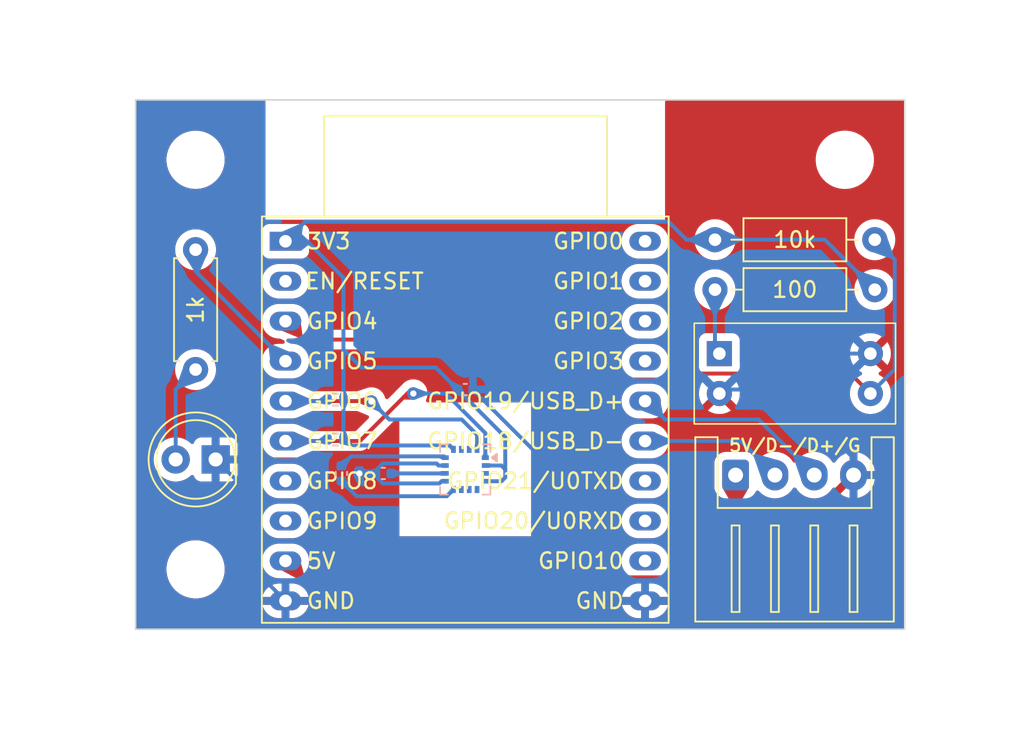
<source format=kicad_pcb>
(kicad_pcb (version 20241229) (generator "pcbnew") (generator_version "9.0")
  (layers (0 "F.Cu" signal) (2 "B.Cu" signal) (13 "F.Paste" user) (15 "B.Paste" user) (5 "F.SilkS" user "F.Silkscreen") (7 "B.SilkS" user "B.Silkscreen") (1 "F.Mask" user) (3 "B.Mask" user) (25 "Edge.Cuts" user))
  (net 0 "")
  (net 1 "GND")
  (net 2 "+5V")
  (net 4 "+3V3")
  (net 5 "Net-(U2-SETC)")
  (net 6 "Net-(U2-SETP)")
  (net 7 "Net-(U2-C1)")
  (net 9 "/GPIO19")
  (net 10 "/GPIO18")
  (net 21 "Net-(U4-A)")
  (net 22 "/GPIO7")
  (net 23 "/GPIO6")
  (net 24 "/GPIO4")
  (net 25 "Net-(D1-A)")
  (net 26 "/GPIO5")
  (footprint "MountingHole:MountingHole_3.2mm_M3" (layer "F.Cu") (at 160.655 59.055)
    (property "Reference" "H1" (hide yes))
    (property "Value" "MountingHole")
    (pad "" np_thru_hole circle (at 0 0) (size 3.2 3.2) (drill 3.2) (layers "*.Cu" "*.Mask"))
  )
  (footprint "LBT-131:LBT-131" (layer "F.Cu") (at 198.755 72.644)
    (property "Reference" "U4" (hide yes))
    (property "Value" "LBT-131")
    (fp_rect (start -6.4 -3.2) (end 6.4 3.2) (stroke (width 0.1)) (fill no) (layer "F.SilkS"))
    (pad "1" thru_hole rect (at -4.8 -1.27) (size 1.6 1.6) (drill 0.8) (layers "*.Cu" "*.Mask") (net 21 "Net-(U4-A)"))
    (pad "2" thru_hole circle (at -4.8 1.27) (size 1.6 1.6) (drill 0.8) (layers "*.Cu" "*.Mask") (net 1 "GND"))
    (pad "3" thru_hole circle (at 4.8 -1.27) (size 1.6 1.6) (drill 0.8) (layers "*.Cu" "*.Mask") (net 1 "GND"))
    (pad "4" thru_hole circle (at 4.8 1.27) (size 1.6 1.6) (drill 0.8) (layers "*.Cu" "*.Mask") (net 24 "/GPIO4"))
  )
  (footprint "MountingHole:MountingHole_3.2mm_M3" (layer "F.Cu") (at 160.655 85.09)
    (property "Reference" "H2" (hide yes))
    (property "Value" "MountingHole")
    (pad "" np_thru_hole circle (at 0 0) (size 3.2 3.2) (drill 3.2) (layers "*.Cu" "*.Mask"))
  )
  (footprint "ESP32-C3-DevBoard:ESP32-C3-DevBoard" (layer "F.Cu") (at 166.37 64.36116)
    (property "Reference" "U1" (hide yes))
    (property "Value" "ESP32-C3-DevBoard")
    (fp_line (start -1.5 -1.702) (end -1.5 24.13) (stroke (width 0.12)) (layer "F.SilkS"))
    (fp_line (start -1.5 24.13) (end 24.359999 24.13) (stroke (width 0.12)) (layer "F.SilkS"))
    (fp_line (start 2.46012 -8.07232) (end 20.44332 -8.07232) (stroke (width 0.12)) (layer "F.SilkS"))
    (fp_line (start 2.46012 -1.72232) (end 2.46012 -8.07232) (stroke (width 0.12)) (layer "F.SilkS"))
    (fp_line (start 20.44332 -8.07232) (end 20.44332 -1.72232) (stroke (width 0.12)) (layer "F.SilkS"))
    (fp_line (start 24.359999 24.13) (end 24.36 -1.702) (stroke (width 0.12)) (layer "F.SilkS"))
    (fp_line (start 24.36 -1.702) (end -1.499999 -1.702) (stroke (width 0.12)) (layer "F.SilkS"))
    (fp_text user "GPIO10" (at 21.59 20.193 0) (layer "F.SilkS") (effects (justify right)))
    (fp_text user "GPIO20/U0RXD" (at 21.59 17.653 0) (layer "F.SilkS") (effects (justify right)))
    (fp_text user "GPIO0" (at 21.59 -0.127 0) (layer "F.SilkS") (effects (justify right)))
    (fp_text user "GPIO19/USB_D+" (at 21.59 10.033 0) (layer "F.SilkS") (effects (justify right)))
    (fp_text user "GPIO6" (at 1.27 10.033 0) (layer "F.SilkS") (effects (justify left)))
    (fp_text user "GPIO2" (at 21.59 4.953 0) (layer "F.SilkS") (effects (justify right)))
    (fp_text user "GPIO5" (at 1.27 7.493 0) (layer "F.SilkS") (effects (justify left)))
    (fp_text user "GPIO7" (at 1.27 12.573 0) (layer "F.SilkS") (effects (justify left)))
    (fp_text user "GPIO8" (at 1.27 15.113 0) (layer "F.SilkS") (effects (justify left)))
    (fp_text user "GPIO4" (at 1.27 4.953 0) (layer "F.SilkS") (effects (justify left)))
    (fp_text user "EN/RESET" (at 8.88632 2.413 0) (layer "F.SilkS") (effects (justify right)))
    (fp_text user "GPIO1" (at 21.59 2.413 0) (layer "F.SilkS") (effects (justify right)))
    (fp_text user "5V" (at 1.27 20.193 0) (layer "F.SilkS") (effects (justify left)))
    (fp_text user "GND" (at 1.27 22.733 0) (layer "F.SilkS") (effects (justify left)))
    (fp_text user "GPIO18/USB_D-" (at 21.59 12.573 0) (layer "F.SilkS") (effects (justify right)))
    (fp_text user "GPIO9" (at 1.27 17.653 0) (layer "F.SilkS") (effects (justify left)))
    (fp_text user "GND" (at 21.59 22.733 0) (layer "F.SilkS") (effects (justify right)))
    (fp_text user "GPIO3" (at 21.59 7.493 0) (layer "F.SilkS") (effects (justify right)))
    (fp_text user "GPIO21/U0TXD" (at 21.59 15.113 0) (layer "F.SilkS") (effects (justify right)))
    (fp_text user "3V3" (at 1.27 -0.127 0) (layer "F.SilkS") (effects (justify left)))
    (pad "1" thru_hole rect (at 0 -0.127 270) (size 1.2 2) (drill 0.8) (layers "*.Cu" "*.Mask") (net 4 "+3V3"))
    (pad "2" thru_hole oval (at 0 2.413 270) (size 1.2 2) (drill 0.8) (layers "*.Cu" "*.Mask"))
    (pad "3" thru_hole oval (at 0 4.953 270) (size 1.2 2) (drill 0.8) (layers "*.Cu" "*.Mask") (net 24 "/GPIO4"))
    (pad "4" thru_hole oval (at 0 7.493 270) (size 1.2 2) (drill 0.8) (layers "*.Cu" "*.Mask") (net 26 "/GPIO5"))
    (pad "5" thru_hole oval (at 0 10.033 270) (size 1.2 2) (drill 0.8) (layers "*.Cu" "*.Mask") (net 23 "/GPIO6"))
    (pad "6" thru_hole oval (at 0 12.573 270) (size 1.2 2) (drill 0.8) (layers "*.Cu" "*.Mask") (net 22 "/GPIO7"))
    (pad "7" thru_hole oval (at 0 15.113 270) (size 1.2 2) (drill 0.8) (layers "*.Cu" "*.Mask"))
    (pad "8" thru_hole oval (at 0 17.653 270) (size 1.2 2) (drill 0.8) (layers "*.Cu" "*.Mask"))
    (pad "9" thru_hole oval (at 0 20.193 270) (size 1.2 2) (drill 0.8) (layers "*.Cu" "*.Mask") (net 2 "+5V"))
    (pad "10" thru_hole oval (at 0 22.733 270) (size 1.2 2) (drill 0.8) (layers "*.Cu" "*.Mask") (net 1 "GND"))
    (pad "11" thru_hole oval (at 22.86 22.733 270) (size 1.2 2) (drill 0.8) (layers "*.Cu" "*.Mask") (net 1 "GND"))
    (pad "12" thru_hole oval (at 22.86 20.193 270) (size 1.2 2) (drill 0.8) (layers "*.Cu" "*.Mask"))
    (pad "13" thru_hole oval (at 22.86 17.653 270) (size 1.2 2) (drill 0.8) (layers "*.Cu" "*.Mask"))
    (pad "14" thru_hole oval (at 22.86 15.113 270) (size 1.2 2) (drill 0.8) (layers "*.Cu" "*.Mask"))
    (pad "15" thru_hole oval (at 22.86 12.573 270) (size 1.2 2) (drill 0.8) (layers "*.Cu" "*.Mask") (net 10 "/GPIO18"))
    (pad "16" thru_hole oval (at 22.86 10.033 270) (size 1.2 2) (drill 0.8) (layers "*.Cu" "*.Mask") (net 9 "/GPIO19"))
    (pad "17" thru_hole oval (at 22.86 7.493 270) (size 1.2 2) (drill 0.8) (layers "*.Cu" "*.Mask"))
    (pad "18" thru_hole oval (at 22.86 4.953 270) (size 1.2 2) (drill 0.8) (layers "*.Cu" "*.Mask"))
    (pad "19" thru_hole oval (at 22.86 2.413 270) (size 1.2 2) (drill 0.8) (layers "*.Cu" "*.Mask"))
    (pad "20" thru_hole oval (at 22.86 -0.127 270) (size 1.2 2) (drill 0.8) (layers "*.Cu" "*.Mask"))
  )
  (footprint "Resistor_THT:R_Axial_DIN0207_L6.3mm_D2.5mm_P10.16mm_Horizontal" (layer "F.Cu") (at 193.675 67.31)
    (property "Reference" "R6" (hide yes))
    (property "Value" "100" (at 5.08 0 0) (layer "F.SilkS"))
    (fp_line (start 1.04 0) (end 1.81 0) (stroke (width 0.12)) (layer "F.SilkS"))
    (fp_line (start 1.81 -1.37) (end 1.81 1.37) (stroke (width 0.12)) (layer "F.SilkS"))
    (fp_line (start 1.81 1.37) (end 8.35 1.37) (stroke (width 0.12)) (layer "F.SilkS"))
    (fp_line (start 8.35 -1.37) (end 1.81 -1.37) (stroke (width 0.12)) (layer "F.SilkS"))
    (fp_line (start 8.35 1.37) (end 8.35 -1.37) (stroke (width 0.12)) (layer "F.SilkS"))
    (fp_line (start 9.12 0) (end 8.35 0) (stroke (width 0.12)) (layer "F.SilkS"))
    (pad "1" thru_hole circle (at 0 0) (size 1.6 1.6) (drill 0.8) (layers "*.Cu" "*.Mask") (net 21 "Net-(U4-A)"))
    (pad "2" thru_hole oval (at 10.16 0) (size 1.6 1.6) (drill 0.8) (layers "*.Cu" "*.Mask") (net 4 "+3V3"))
  )
  (footprint "Resistor_THT:R_Axial_DIN0207_L6.3mm_D2.5mm_P10.16mm_Horizontal" (layer "F.Cu") (at 193.675 64.135)
    (property "Reference" "R7" (hide yes))
    (property "Value" "10k" (at 5.08 0 0) (layer "F.SilkS"))
    (fp_line (start 1.04 0) (end 1.81 0) (stroke (width 0.12)) (layer "F.SilkS"))
    (fp_line (start 1.81 -1.37) (end 1.81 1.37) (stroke (width 0.12)) (layer "F.SilkS"))
    (fp_line (start 1.81 1.37) (end 8.35 1.37) (stroke (width 0.12)) (layer "F.SilkS"))
    (fp_line (start 8.35 -1.37) (end 1.81 -1.37) (stroke (width 0.12)) (layer "F.SilkS"))
    (fp_line (start 8.35 1.37) (end 8.35 -1.37) (stroke (width 0.12)) (layer "F.SilkS"))
    (fp_line (start 9.12 0) (end 8.35 0) (stroke (width 0.12)) (layer "F.SilkS"))
    (pad "1" thru_hole circle (at 0 0) (size 1.6 1.6) (drill 0.8) (layers "*.Cu" "*.Mask") (net 4 "+3V3"))
    (pad "2" thru_hole oval (at 10.16 0) (size 1.6 1.6) (drill 0.8) (layers "*.Cu" "*.Mask") (net 24 "/GPIO4"))
  )
  (footprint "MountingHole:MountingHole_3.2mm_M3" (layer "F.Cu") (at 201.93 59.055)
    (property "Reference" "H3" (hide yes))
    (property "Value" "MountingHole")
    (pad "" np_thru_hole circle (at 0 0) (size 3.2 3.2) (drill 3.2) (layers "*.Cu" "*.Mask"))
  )
  (footprint "Connector_JST:JST_XH_S4B-XH-A_1x04_P2.50mm_Horizontal" (layer "F.Cu") (at 194.985 79.1)
    (property "Reference" "J2" (hide yes))
    (property "Value" "Conn_01x04")
    (property "Text" "5V/D-/D+/G" (at 3.77 -1.884 0) (layer "F.SilkS") (effects (font (size 0.8 0.8))))
    (fp_line (start -2.56 -2.41) (end -1.14 -2.41) (stroke (width 0.12)) (layer "F.SilkS"))
    (fp_line (start -2.56 9.31) (end -2.56 -2.41) (stroke (width 0.12)) (layer "F.SilkS"))
    (fp_line (start -1.14 -2.41) (end -1.14 2.09) (stroke (width 0.12)) (layer "F.SilkS"))
    (fp_line (start -1.14 2.09) (end 3.75 2.09) (stroke (width 0.12)) (layer "F.SilkS"))
    (fp_line (start -0.25 3.2) (end -0.25 8.7) (stroke (width 0.12)) (layer "F.SilkS"))
    (fp_line (start -0.25 8.7) (end 0.25 8.7) (stroke (width 0.12)) (layer "F.SilkS"))
    (fp_line (start 0.25 3.2) (end -0.25 3.2) (stroke (width 0.12)) (layer "F.SilkS"))
    (fp_line (start 0.25 8.7) (end 0.25 3.2) (stroke (width 0.12)) (layer "F.SilkS"))
    (fp_line (start 2.25 3.2) (end 2.25 8.7) (stroke (width 0.12)) (layer "F.SilkS"))
    (fp_line (start 2.25 8.7) (end 2.75 8.7) (stroke (width 0.12)) (layer "F.SilkS"))
    (fp_line (start 2.75 3.2) (end 2.25 3.2) (stroke (width 0.12)) (layer "F.SilkS"))
    (fp_line (start 2.75 8.7) (end 2.75 3.2) (stroke (width 0.12)) (layer "F.SilkS"))
    (fp_line (start 3.75 9.31) (end -2.56 9.31) (stroke (width 0.12)) (layer "F.SilkS"))
    (fp_line (start 3.75 9.31) (end 10.06 9.31) (stroke (width 0.12)) (layer "F.SilkS"))
    (fp_line (start 4.75 3.2) (end 4.75 8.7) (stroke (width 0.12)) (layer "F.SilkS"))
    (fp_line (start 4.75 8.7) (end 5.25 8.7) (stroke (width 0.12)) (layer "F.SilkS"))
    (fp_line (start 5.25 3.2) (end 4.75 3.2) (stroke (width 0.12)) (layer "F.SilkS"))
    (fp_line (start 5.25 8.7) (end 5.25 3.2) (stroke (width 0.12)) (layer "F.SilkS"))
    (fp_line (start 7.25 3.2) (end 7.25 8.7) (stroke (width 0.12)) (layer "F.SilkS"))
    (fp_line (start 7.25 8.7) (end 7.75 8.7) (stroke (width 0.12)) (layer "F.SilkS"))
    (fp_line (start 7.75 3.2) (end 7.25 3.2) (stroke (width 0.12)) (layer "F.SilkS"))
    (fp_line (start 7.75 8.7) (end 7.75 3.2) (stroke (width 0.12)) (layer "F.SilkS"))
    (fp_line (start 8.64 -2.41) (end 8.64 2.09) (stroke (width 0.12)) (layer "F.SilkS"))
    (fp_line (start 8.64 2.09) (end 3.75 2.09) (stroke (width 0.12)) (layer "F.SilkS"))
    (fp_line (start 10.06 -2.41) (end 8.64 -2.41) (stroke (width 0.12)) (layer "F.SilkS"))
    (fp_line (start 10.06 9.31) (end 10.06 -2.41) (stroke (width 0.12)) (layer "F.SilkS"))
    (pad "1" thru_hole roundrect (at 0 0) (size 1.7 1.95) (drill 0.95) (layers "*.Cu" "*.Mask") (roundrect_rratio 0.147059) (net 2 "+5V"))
    (pad "2" thru_hole oval (at 2.5 0) (size 1.7 1.95) (drill 0.95) (layers "*.Cu" "*.Mask") (net 10 "/GPIO18"))
    (pad "3" thru_hole oval (at 5 0) (size 1.7 1.95) (drill 0.95) (layers "*.Cu" "*.Mask") (net 9 "/GPIO19"))
    (pad "4" thru_hole oval (at 7.5 0) (size 1.7 1.95) (drill 0.95) (layers "*.Cu" "*.Mask") (net 1 "GND"))
  )
  (footprint "LED_THT:LED_D5.0mm" (layer "F.Cu") (at 161.93 78.105 180)
    (property "Reference" "D1" (hide yes))
    (property "Value" "LED")
    (fp_line (start -1.29 -1.545) (end -1.29 1.545) (stroke (width 0.12)) (layer "F.SilkS"))
    (fp_arc (start 4.26 0.000048) (mid 2.071756 2.880501) (end -1.29 1.54483) (stroke (width 0.12)) (layer "F.SilkS"))
    (fp_arc (start -1.29 -1.54483) (mid 2.071756 -2.880501) (end 4.26 -0.000048) (stroke (width 0.12)) (layer "F.SilkS"))
    (fp_circle (center 1.27 0) (end 3.77 0) (stroke (width 0.12)) (fill no) (layer "F.SilkS"))
    (pad "1" thru_hole rect (at 0 0 180) (size 1.8 1.8) (drill 0.9) (layers "*.Cu" "*.Mask") (net 1 "GND"))
    (pad "2" thru_hole circle (at 2.54 0 180) (size 1.8 1.8) (drill 0.9) (layers "*.Cu" "*.Mask") (net 25 "Net-(D1-A)"))
  )
  (footprint "Resistor_THT:R_Axial_DIN0207_L6.3mm_D2.5mm_P7.62mm_Horizontal" (layer "F.Cu") (at 160.655 72.39 90)
    (property "Reference" "R1" (hide yes))
    (property "Value" "1k" (at 3.81 0 90) (layer "F.SilkS"))
    (fp_line (start 7.08 -1.37) (end 7.08 -1.04) (stroke (width 0.12)) (layer "F.SilkS"))
    (fp_line (start 0.54 -1.37) (end 7.08 -1.37) (stroke (width 0.12)) (layer "F.SilkS"))
    (fp_line (start 0.54 -1.04) (end 0.54 -1.37) (stroke (width 0.12)) (layer "F.SilkS"))
    (fp_line (start 0.54 1.04) (end 0.54 1.37) (stroke (width 0.12)) (layer "F.SilkS"))
    (fp_line (start 7.08 1.37) (end 7.08 1.04) (stroke (width 0.12)) (layer "F.SilkS"))
    (fp_line (start 0.54 1.37) (end 7.08 1.37) (stroke (width 0.12)) (layer "F.SilkS"))
    (pad "1" thru_hole circle (at 0 0 90) (size 1.6 1.6) (drill 0.8) (layers "*.Cu" "*.Mask") (net 25 "Net-(D1-A)"))
    (pad "2" thru_hole oval (at 7.62 0 90) (size 1.6 1.6) (drill 0.8) (layers "*.Cu" "*.Mask") (net 26 "/GPIO5"))
  )
  (footprint "Capacitor_SMD:C_0402_1005Metric" (layer "B.Cu") (at 169.926 78.994 90)
    (property "Reference" "C2" (hide yes))
    (property "Value" "0.22u")
    (fp_line (start 0.107836 -0.36) (end -0.107836 -0.36) (stroke (width 0.12)) (layer "B.SilkS"))
    (fp_line (start 0.107836 0.36) (end -0.107836 0.36) (stroke (width 0.12)) (layer "B.SilkS"))
    (pad "1" smd roundrect (at -0.48 0 90) (size 0.56 0.62) (layers "B.Cu" "B.Mask" "B.Paste") (net 6 "Net-(U2-SETP)"))
    (pad "2" smd roundrect (at 0.48 0 90) (size 0.56 0.62) (layers "B.Cu" "B.Mask" "B.Paste") (net 5 "Net-(U2-SETC)"))
  )
  (footprint "Capacitor_SMD:C_0402_1005Metric" (layer "B.Cu") (at 177.8 73.66)
    (property "Reference" "C1" (hide yes))
    (property "Value" "0.1u")
    (fp_line (start 0.107836 -0.36) (end -0.107836 -0.36) (stroke (width 0.12)) (layer "B.SilkS"))
    (fp_line (start 0.107836 0.36) (end -0.107836 0.36) (stroke (width 0.12)) (layer "B.SilkS"))
    (pad "1" smd roundrect (at -0.48 0) (size 0.56 0.62) (layers "B.Cu" "B.Mask" "B.Paste") (net 4 "+3V3"))
    (pad "2" smd roundrect (at 0.48 0) (size 0.56 0.62) (layers "B.Cu" "B.Mask" "B.Paste") (net 1 "GND"))
  )
  (footprint "Resistor_SMD:R_0402_1005Metric" (layer "B.Cu") (at 169.545 74.295 180)
    (property "Reference" "R9" (hide yes))
    (property "Value" "2.2k")
    (fp_line (start 0.153641 0.38) (end -0.153641 0.38) (stroke (width 0.12)) (layer "B.SilkS"))
    (fp_line (start 0.153641 -0.38) (end -0.153641 -0.38) (stroke (width 0.12)) (layer "B.SilkS"))
    (pad "1" smd roundrect (at -0.51 0 180) (size 0.54 0.64) (layers "B.Cu" "B.Mask" "B.Paste") (net 4 "+3V3"))
    (pad "2" smd roundrect (at 0.51 0 180) (size 0.54 0.64) (layers "B.Cu" "B.Mask" "B.Paste") (net 23 "/GPIO6"))
  )
  (footprint "Package_LGA:LGA-16_3x3mm_P0.5mm" (layer "B.Cu") (at 177.8 78.74 180)
    (property "Reference" "U2" (hide yes))
    (property "Value" "QMC5883L")
    (fp_line (start 1.6 1.6) (end 1.1 1.6) (stroke (width 0.1)) (layer "B.SilkS"))
    (fp_line (start 1.6 1.1) (end 1.6 1.6) (stroke (width 0.1)) (layer "B.SilkS"))
    (fp_line (start 1.6 -1.1) (end 1.6 -1.6) (stroke (width 0.1)) (layer "B.SilkS"))
    (fp_line (start 1.1 -1.6) (end 1.6 -1.6) (stroke (width 0.1)) (layer "B.SilkS"))
    (fp_line (start -1.1 1.6) (end -1.6 1.6) (stroke (width 0.1)) (layer "B.SilkS"))
    (fp_line (start -1.1 -1.6) (end -1.6 -1.6) (stroke (width 0.1)) (layer "B.SilkS"))
    (fp_line (start -1.6 1.1) (end -1.6 1.6) (stroke (width 0.1)) (layer "B.SilkS"))
    (fp_line (start -1.6 -1.1) (end -1.6 -1.6) (stroke (width 0.1)) (layer "B.SilkS"))
    (fp_poly (pts (xy -1.675 0.75) (xy -2.011 0.51) (xy -2.011 0.99) (xy -1.675 0.75)) (stroke (width 0.12)) (fill yes) (layer "B.SilkS"))
    (pad "1" smd rect (at -1.275 0.75 90) (size 0.3 0.45) (layers "B.Cu" "B.Mask" "B.Paste") (net 22 "/GPIO7"))
    (pad "2" smd rect (at -1.275 0.25 90) (size 0.3 0.45) (layers "B.Cu" "B.Mask" "B.Paste") (net 4 "+3V3"))
    (pad "3" smd rect (at -1.275 -0.25 90) (size 0.3 0.45) (layers "B.Cu" "B.Mask" "B.Paste"))
    (pad "4" smd rect (at -1.275 -0.75 90) (size 0.3 0.45) (layers "B.Cu" "B.Mask" "B.Paste") (net 4 "+3V3"))
    (pad "5" smd rect (at -0.75 -1.275 180) (size 0.3 0.45) (layers "B.Cu" "B.Mask" "B.Paste"))
    (pad "6" smd rect (at -0.25 -1.275 180) (size 0.3 0.45) (layers "B.Cu" "B.Mask" "B.Paste"))
    (pad "7" smd rect (at 0.25 -1.275 180) (size 0.3 0.45) (layers "B.Cu" "B.Mask" "B.Paste"))
    (pad "8" smd rect (at 0.75 -1.275 180) (size 0.3 0.45) (layers "B.Cu" "B.Mask" "B.Paste") (net 6 "Net-(U2-SETP)"))
    (pad "9" smd rect (at 1.275 -0.75 90) (size 0.3 0.45) (layers "B.Cu" "B.Mask" "B.Paste") (net 1 "GND"))
    (pad "10" smd rect (at 1.275 -0.25 90) (size 0.3 0.45) (layers "B.Cu" "B.Mask" "B.Paste") (net 7 "Net-(U2-C1)"))
    (pad "11" smd rect (at 1.275 0.25 90) (size 0.3 0.45) (layers "B.Cu" "B.Mask" "B.Paste") (net 1 "GND"))
    (pad "12" smd rect (at 1.275 0.75 90) (size 0.3 0.45) (layers "B.Cu" "B.Mask" "B.Paste") (net 5 "Net-(U2-SETC)"))
    (pad "13" smd rect (at 0.75 1.275 180) (size 0.3 0.45) (layers "B.Cu" "B.Mask" "B.Paste") (net 4 "+3V3"))
    (pad "14" smd rect (at 0.25 1.275 180) (size 0.3 0.45) (layers "B.Cu" "B.Mask" "B.Paste"))
    (pad "15" smd rect (at -0.25 1.275 180) (size 0.3 0.45) (layers "B.Cu" "B.Mask" "B.Paste"))
    (pad "16" smd rect (at -0.75 1.275 180) (size 0.3 0.45) (layers "B.Cu" "B.Mask" "B.Paste") (net 23 "/GPIO6"))
  )
  (footprint "Resistor_SMD:R_0402_1005Metric" (layer "B.Cu") (at 169.545 76.835 180)
    (property "Reference" "R8" (hide yes))
    (property "Value" "2.2k")
    (fp_line (start 0.153641 0.38) (end -0.153641 0.38) (stroke (width 0.12)) (layer "B.SilkS"))
    (fp_line (start 0.153641 -0.38) (end -0.153641 -0.38) (stroke (width 0.12)) (layer "B.SilkS"))
    (pad "1" smd roundrect (at -0.51 0 180) (size 0.54 0.64) (layers "B.Cu" "B.Mask" "B.Paste") (net 4 "+3V3"))
    (pad "2" smd roundrect (at 0.51 0 180) (size 0.54 0.64) (layers "B.Cu" "B.Mask" "B.Paste") (net 22 "/GPIO7"))
  )
  (footprint "Capacitor_SMD:C_0402_1005Metric" (layer "B.Cu") (at 172.593 78.994 180)
    (property "Reference" "C3" (hide yes))
    (property "Value" "4.7u")
    (fp_line (start 0.107836 0.36) (end -0.107836 0.36) (stroke (width 0.12)) (layer "B.SilkS"))
    (fp_line (start 0.107836 -0.36) (end -0.107836 -0.36) (stroke (width 0.12)) (layer "B.SilkS"))
    (pad "1" smd roundrect (at -0.48 0 180) (size 0.56 0.62) (layers "B.Cu" "B.Mask" "B.Paste") (net 7 "Net-(U2-C1)"))
    (pad "2" smd roundrect (at 0.48 0 180) (size 0.56 0.62) (layers "B.Cu" "B.Mask" "B.Paste") (net 1 "GND"))
  )
  (gr_rect (start 156.845 55.245) (end 205.74 88.9) (stroke (width 0.1)) (fill no) (layer "Edge.Cuts"))
  (segment (start 170.18 78.105) (end 161.93 78.105) (width 0.25) (layer "F.Cu") (net 1))
  (segment (start 202.485 79.1) (end 194.49084 87.09416) (width 0.5) (layer "F.Cu") (net 1))
  (segment (start 194.49084 87.09416) (end 189.23 87.09416) (width 0.5) (layer "F.Cu") (net 1))
  (segment (start 171.069 78.994) (end 170.18 78.105) (width 0.25) (layer "F.Cu") (net 1))
  (via (at 171.069 78.994) (size 0.8) (drill 0.4) (layers "F.Cu" "B.Cu") (net 1))
  (segment (start 198.12 73.66) (end 200.406 71.374) (width 0.25) (layer "B.Cu") (net 1))
  (segment (start 172.113 79.176999) (end 172.565001 79.629) (width 0.25) (layer "B.Cu") (net 1))
  (segment (start 202.485 78.025) (end 202.485 79.1) (width 0.25) (layer "B.Cu") (net 1))
  (segment (start 200.406 71.374) (end 203.555 71.374) (width 0.25) (layer "B.Cu") (net 1))
  (segment (start 176.106 78.49) (end 175.975 78.359) (width 0.25) (layer "B.Cu") (net 1))
  (segment (start 172.565001 78.359) (end 172.113 78.811001) (width 0.25) (layer "B.Cu") (net 1))
  (segment (start 194.209 73.66) (end 198.12 73.66) (width 0.25) (layer "B.Cu") (net 1))
  (segment (start 178.28 73.66) (end 182.725 78.105) (width 0.25) (layer "B.Cu") (net 1))
  (segment (start 172.113 78.811001) (end 172.113 79.176999) (width 0.25) (layer "B.Cu") (net 1))
  (segment (start 176.525 78.49) (end 176.106 78.49) (width 0.25) (layer "B.Cu") (net 1))
  (segment (start 172.565001 79.629) (end 176.149 79.629) (width 0.25) (layer "B.Cu") (net 1))
  (segment (start 171.19584 87.09416) (end 166.37 87.09416) (width 0.25) (layer "B.Cu") (net 1))
  (segment (start 176.288 79.49) (end 176.525 79.49) (width 0.25) (layer "B.Cu") (net 1))
  (segment (start 172.113 78.994) (end 171.069 78.994) (width 0.25) (layer "B.Cu") (net 1))
  (segment (start 164.465 85.18916) (end 166.37 87.09416) (width 0.25) (layer "B.Cu") (net 1))
  (segment (start 176.149 79.629) (end 176.288 79.49) (width 0.25) (layer "B.Cu") (net 1))
  (segment (start 164.465 80.64) (end 164.465 85.18916) (width 0.25) (layer "B.Cu") (net 1))
  (segment (start 182.725 84.455) (end 173.835 84.455) (width 0.25) (layer "B.Cu") (net 1))
  (segment (start 175.975 78.359) (end 172.565001 78.359) (width 0.25) (layer "B.Cu") (net 1))
  (segment (start 193.955 73.914) (end 194.209 73.66) (width 0.25) (layer "B.Cu") (net 1))
  (segment (start 173.835 84.455) (end 171.19584 87.09416) (width 0.25) (layer "B.Cu") (net 1))
  (segment (start 178.28 73.64851) (end 178.28 73.66) (width 0.25) (layer "B.Cu") (net 1))
  (segment (start 161.93 78.105) (end 164.465 80.64) (width 0.25) (layer "B.Cu") (net 1))
  (segment (start 182.725 78.105) (end 182.725 84.455) (width 0.25) (layer "B.Cu") (net 1))
  (segment (start 198.12 73.66) (end 202.485 78.025) (width 0.25) (layer "B.Cu") (net 1))
  (segment (start 185.36416 87.09416) (end 189.23 87.09416) (width 0.25) (layer "B.Cu") (net 1))
  (segment (start 182.725 84.455) (end 185.36416 87.09416) (width 0.25) (layer "B.Cu") (net 1))
  (segment (start 166.37 84.55416) (end 167.54084 85.725) (width 0.5) (layer "F.Cu") (net 2))
  (segment (start 192.405 85.725) (end 194.985 83.145) (width 0.5) (layer "F.Cu") (net 2))
  (segment (start 194.985 83.145) (end 194.985 79.1) (width 0.5) (layer "F.Cu") (net 2))
  (segment (start 167.54084 85.725) (end 192.405 85.725) (width 0.5) (layer "F.Cu") (net 2))
  (segment (start 180.34 76.68) (end 177.955 74.295) (width 0.25) (layer "B.Cu") (net 4))
  (segment (start 180.34 78.74) (end 180.34 76.68) (width 0.25) (layer "B.Cu") (net 4))
  (segment (start 170.055 74.295) (end 170.055 71.12) (width 0.25) (layer "B.Cu") (net 4))
  (segment (start 170.055 74.295) (end 170.055 76.835) (width 0.25) (layer "B.Cu") (net 4))
  (segment (start 193.675 64.135) (end 191.868783 64.135) (width 0.25) (layer "B.Cu") (net 4))
  (segment (start 180.098 79.49) (end 179.075 79.49) (width 0.25) (layer "B.Cu") (net 4))
  (segment (start 200.66 64.135) (end 203.835 67.31) (width 0.25) (layer "B.Cu") (net 4))
  (segment (start 193.675 64.135) (end 200.66 64.135) (width 0.25) (layer "B.Cu") (net 4))
  (segment (start 170.055 66.55) (end 167.73916 64.23416) (width 0.25) (layer "B.Cu") (net 4))
  (segment (start 190.723783 62.99) (end 167.61416 62.99) (width 0.25) (layer "B.Cu") (net 4))
  (segment (start 180.34 78.74) (end 180.34 79.248) (width 0.25) (layer "B.Cu") (net 4))
  (segment (start 170.18 76.835) (end 170.561 77.216) (width 0.25) (layer "B.Cu") (net 4))
  (segment (start 175.923 72.263) (end 177.32 73.66) (width 0.25) (layer "B.Cu") (net 4))
  (segment (start 179.075 78.49) (end 180.09 78.49) (width 0.25) (layer "B.Cu") (net 4))
  (segment (start 177.955 74.295) (end 177.94351 74.295) (width 0.25) (layer "B.Cu") (net 4))
  (segment (start 167.61416 62.99) (end 166.37 64.23416) (width 0.25) (layer "B.Cu") (net 4))
  (segment (start 171.196 72.263) (end 175.923 72.263) (width 0.25) (layer "B.Cu") (net 4))
  (segment (start 180.34 79.248) (end 180.098 79.49) (width 0.25) (layer "B.Cu") (net 4))
  (segment (start 170.055 71.122) (end 171.196 72.263) (width 0.25) (layer "B.Cu") (net 4))
  (segment (start 177.94351 74.295) (end 177.32 73.67149) (width 0.25) (layer "B.Cu") (net 4))
  (segment (start 170.055 76.835) (end 170.18 76.835) (width 0.25) (layer "B.Cu") (net 4))
  (segment (start 170.055 71.12) (end 170.055 71.122) (width 0.25) (layer "B.Cu") (net 4))
  (segment (start 170.055 71.12) (end 170.055 66.55) (width 0.25) (layer "B.Cu") (net 4))
  (segment (start 176.801 77.216) (end 177.05 77.465) (width 0.25) (layer "B.Cu") (net 4))
  (segment (start 191.868783 64.135) (end 190.723783 62.99) (width 0.25) (layer "B.Cu") (net 4))
  (segment (start 170.561 77.216) (end 176.801 77.216) (width 0.25) (layer "B.Cu") (net 4))
  (segment (start 180.09 78.49) (end 180.34 78.74) (width 0.25) (layer "B.Cu") (net 4))
  (segment (start 167.73916 64.23416) (end 166.37 64.23416) (width 0.25) (layer "B.Cu") (net 4))
  (segment (start 177.32 73.67149) (end 177.32 73.66) (width 0.25) (layer "B.Cu") (net 4))
  (segment (start 170.531 77.909) (end 169.926 78.514) (width 0.25) (layer "B.Cu") (net 5))
  (segment (start 176.444 77.909) (end 170.531 77.909) (width 0.25) (layer "B.Cu") (net 5))
  (segment (start 176.525 77.99) (end 176.444 77.909) (width 0.25) (layer "B.Cu") (net 5))
  (segment (start 176.625 80.44) (end 177.05 80.015) (width 0.25) (layer "B.Cu") (net 6))
  (segment (start 170.892 80.44) (end 176.625 80.44) (width 0.25) (layer "B.Cu") (net 6))
  (segment (start 169.926 79.474) (end 170.892 80.44) (width 0.25) (layer "B.Cu") (net 6))
  (segment (start 176.521 78.994) (end 176.525 78.99) (width 0.25) (layer "B.Cu") (net 7))
  (segment (start 173.2 78.994) (end 176.521 78.994) (width 0.25) (layer "B.Cu") (net 7))
  (segment (start 189.32916 74.39416) (end 190.5 75.565) (width 0.25) (layer "B.Cu") (net 9))
  (segment (start 196.45 75.565) (end 199.985 79.1) (width 0.25) (layer "B.Cu") (net 9))
  (segment (start 190.5 75.565) (end 196.45 75.565) (width 0.25) (layer "B.Cu") (net 9))
  (segment (start 189.23 74.39416) (end 189.32916 74.39416) (width 0.25) (layer "B.Cu") (net 9))
  (segment (start 195.31916 76.93416) (end 197.485 79.1) (width 0.25) (layer "B.Cu") (net 10))
  (segment (start 189.23 76.93416) (end 195.31916 76.93416) (width 0.25) (layer "B.Cu") (net 10))
  (segment (start 193.675 71.094) (end 193.955 71.374) (width 0.25) (layer "B.Cu") (net 21))
  (segment (start 193.675 67.31) (end 193.675 71.094) (width 0.25) (layer "B.Cu") (net 21))
  (segment (start 193.955 71.374) (end 193.955 71.12) (width 0.25) (layer "B.Cu") (net 21))
  (segment (start 174.117 73.914) (end 171.09684 76.93416) (width 0.25) (layer "F.Cu") (net 22))
  (segment (start 174.498 73.914) (end 174.117 73.914) (width 0.25) (layer "F.Cu") (net 22))
  (segment (start 171.09684 76.93416) (end 166.37 76.93416) (width 0.25) (layer "F.Cu") (net 22))
  (via (at 174.498 73.914) (size 0.8) (drill 0.4) (layers "F.Cu" "B.Cu") (net 22))
  (segment (start 166.37 76.93416) (end 168.93584 76.93416) (width 0.25) (layer "B.Cu") (net 22))
  (segment (start 179.075 76.428605) (end 179.075 77.99) (width 0.25) (layer "B.Cu") (net 22))
  (segment (start 176.560395 73.914) (end 179.075 76.428605) (width 0.25) (layer "B.Cu") (net 22))
  (segment (start 174.498 73.914) (end 176.560395 73.914) (width 0.25) (layer "B.Cu") (net 22))
  (segment (start 168.93584 76.93416) (end 169.035 76.835) (width 0.25) (layer "B.Cu") (net 22))
  (segment (start 171.831 74.422) (end 171.80316 74.39416) (width 0.25) (layer "F.Cu") (net 23))
  (segment (start 171.80316 74.39416) (end 166.37 74.39416) (width 0.25) (layer "F.Cu") (net 23))
  (via (at 171.831 74.422) (size 0.8) (drill 0.4) (layers "F.Cu" "B.Cu") (net 23))
  (segment (start 166.37 74.39416) (end 168.93584 74.39416) (width 0.25) (layer "B.Cu") (net 23))
  (segment (start 177.574999 75.565) (end 178.55 76.540001) (width 0.25) (layer "B.Cu") (net 23))
  (segment (start 178.55 76.540001) (end 178.55 77.465) (width 0.25) (layer "B.Cu") (net 23))
  (segment (start 171.831 74.422) (end 172.974 75.565) (width 0.25) (layer "B.Cu") (net 23))
  (segment (start 168.93584 74.39416) (end 169.035 74.295) (width 0.25) (layer "B.Cu") (net 23))
  (segment (start 172.974 75.565) (end 177.574999 75.565) (width 0.25) (layer "B.Cu") (net 23))
  (segment (start 186.055 73.025) (end 191.77 73.025) (width 0.25) (layer "F.Cu") (net 24))
  (segment (start 166.37 69.31416) (end 167.54084 70.485) (width 0.25) (layer "F.Cu") (net 24))
  (segment (start 202.285 72.644) (end 203.555 73.914) (width 0.25) (layer "F.Cu") (net 24))
  (segment (start 183.515 70.485) (end 186.055 73.025) (width 0.25) (layer "F.Cu") (net 24))
  (segment (start 167.54084 70.485) (end 183.515 70.485) (width 0.25) (layer "F.Cu") (net 24))
  (segment (start 192.151 72.644) (end 202.285 72.644) (width 0.25) (layer "F.Cu") (net 24))
  (segment (start 191.77 73.025) (end 192.151 72.644) (width 0.25) (layer "F.Cu") (net 24))
  (segment (start 205.105 72.364) (end 203.555 73.914) (width 0.25) (layer "B.Cu") (net 24))
  (segment (start 205.105 65.405) (end 205.105 72.364) (width 0.25) (layer "B.Cu") (net 24))
  (segment (start 203.835 64.135) (end 205.105 65.405) (width 0.25) (layer "B.Cu") (net 24))
  (segment (start 159.39 73.655) (end 160.655 72.39) (width 0.25) (layer "B.Cu") (net 25))
  (segment (start 159.39 78.105) (end 159.39 73.655) (width 0.25) (layer "B.Cu") (net 25))
  (segment (start 160.655 64.77) (end 160.655 66.13916) (width 0.25) (layer "B.Cu") (net 26))
  (segment (start 160.655 66.13916) (end 166.37 71.85416) (width 0.25) (layer "B.Cu") (net 26))
  (zone (net 0) (net_name "") (layers "F.Cu" "B.Cu") (name "BMM150") (connect_pads (clearance 0)) (min_thickness 0.25)
    (keepout (tracks allowed) (vias not_allowed) (pads allowed) (copperpour not_allowed) (footprints allowed))
    (fill (thermal_gap 0.5) (thermal_bridge_width 0.5))
    (polygon (pts (xy 181.991 82.989) (xy 173.609 82.989) (xy 173.609 74.48) (xy 181.991 74.48)))
  )
  (zone (net 1) (net_name "GND") (layers "F.Cu" "B.Cu") (connect_pads (clearance 0.5)) (min_thickness 0.25) (fill yes (thermal_gap 0.5) (thermal_bridge_width 0.5))
    (polygon (pts (xy 150.495 95.25) (xy 150.495 48.895) (xy 212.09 48.895) (xy 212.09 95.25)))
  )
  (zone (net 0) (net_name "") (layers "F.Cu" "B.Cu" "Dwgs.User") (name "ANTENNA") (connect_pads (clearance 0)) (min_thickness 0.25)
    (keepout (tracks not_allowed) (vias not_allowed) (pads not_allowed) (copperpour not_allowed) (footprints allowed))
    (fill (thermal_gap 0.5) (thermal_bridge_width 0.5))
    (polygon (pts (xy 165.1 55.245) (xy 165.1 62.865) (xy 190.5 62.865) (xy 190.5 55.245)))
  )
)
</source>
